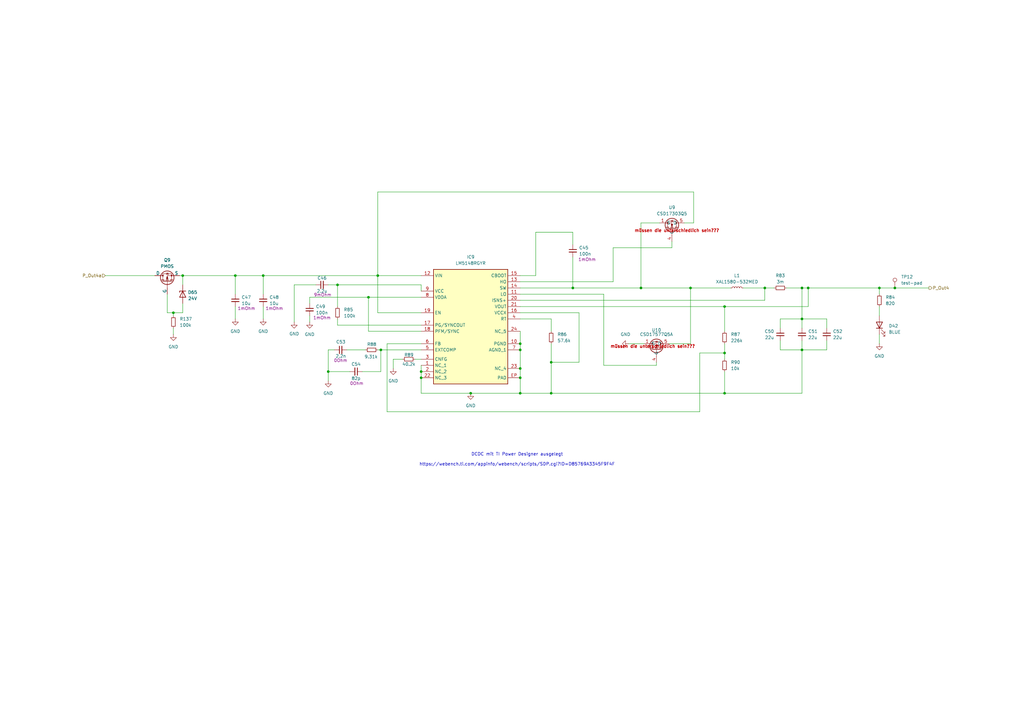
<source format=kicad_sch>
(kicad_sch (version 20231120) (generator "eeschema") (generator_version "8.0")
  (paper "A3")
  (title_block (title "PDU FT25") (date "2024-11-23") (rev "V1.1") (company "Janek Herm") (comment 1 "FaSTTUBe Electronics"))
  (lib_symbols
    (symbol "Connector:TestPoint" (pin_numbers hide) (pin_names (offset 0.762) hide)
      (property "Reference" "TP" (at 0 6.858 0))
      (property "Value" "TestPoint" (at 0 5.08 0))
      (symbol "TestPoint_0_1"
        (circle (center 0 3.302) (radius 0.762))
      )
      (symbol "TestPoint_1_1"
        (pin passive line (at 0 0 90) (length 2.54) (name "1") (number "1"))
      )
    )
    (symbol "Device:C_Small" (pin_numbers hide) (pin_names (offset 0.254) hide)
      (property "Reference" "C" (at 0.254 1.778 0))
      (property "Value" "C_Small" (at 0.254 -2.032 0))
      (symbol "C_Small_0_1"
        (polyline (pts (xy -1.524 -0.508) (xy 1.524 -0.508)) (stroke (width 0.3302)))
        (polyline (pts (xy -1.524 0.508) (xy 1.524 0.508)) (stroke (width 0.3048)))
      )
      (symbol "C_Small_1_1"
        (pin passive line (at 0 2.54 270) (length 2.032) (name "~") (number "1"))
        (pin passive line (at 0 -2.54 90) (length 2.032) (name "~") (number "2"))
      )
    )
    (symbol "Device:D_Zener" (pin_numbers hide) (pin_names (offset 1.016) hide)
      (property "Reference" "D" (at 0 2.54 0))
      (property "Value" "D_Zener" (at 0 -2.54 0))
      (symbol "D_Zener_0_1"
        (polyline (pts (xy 1.27 0) (xy -1.27 0)))
        (polyline (pts (xy -1.27 -1.27) (xy -1.27 1.27) (xy -0.762 1.27)) (stroke (width 0.254)))
        (polyline (pts (xy 1.27 -1.27) (xy 1.27 1.27) (xy -1.27 0) (xy 1.27 -1.27)) (stroke (width 0.254)))
      )
      (symbol "D_Zener_1_1"
        (pin passive line (at -3.81 0 0) (length 2.54) (name "K") (number "1"))
        (pin passive line (at 3.81 0 180) (length 2.54) (name "A") (number "2"))
      )
    )
    (symbol "Device:LED" (pin_numbers hide) (pin_names (offset 1.016) hide)
      (property "Reference" "D" (at 0 2.54 0))
      (property "Value" "LED" (at 0 -2.54 0))
      (symbol "LED_0_1"
        (polyline (pts (xy -1.27 -1.27) (xy -1.27 1.27)) (stroke (width 0.254)))
        (polyline (pts (xy -1.27 0) (xy 1.27 0)))
        (polyline (pts (xy 1.27 -1.27) (xy 1.27 1.27) (xy -1.27 0) (xy 1.27 -1.27)) (stroke (width 0.254)))
        (polyline (pts (xy -3.048 -0.762) (xy -4.572 -2.286) (xy -3.81 -2.286) (xy -4.572 -2.286) (xy -4.572 -1.524)))
        (polyline (pts (xy -1.778 -0.762) (xy -3.302 -2.286) (xy -2.54 -2.286) (xy -3.302 -2.286) (xy -3.302 -1.524)))
      )
      (symbol "LED_1_1"
        (pin passive line (at -3.81 0 0) (length 2.54) (name "K") (number "1"))
        (pin passive line (at 3.81 0 180) (length 2.54) (name "A") (number "2"))
      )
    )
    (symbol "Device:L_Small" (pin_numbers hide) (pin_names (offset 0.254) hide)
      (property "Reference" "L" (at 0.762 1.016 0))
      (property "Value" "L_Small" (at 0.762 -1.016 0))
      (symbol "L_Small_0_1"
        (arc (start 0 -2.032) (mid 0.5058 -1.524) (end 0 -1.016))
        (arc (start 0 -1.016) (mid 0.5058 -0.508) (end 0 0))
        (arc (start 0 0) (mid 0.5058 0.508) (end 0 1.016))
        (arc (start 0 1.016) (mid 0.5058 1.524) (end 0 2.032))
      )
      (symbol "L_Small_1_1"
        (pin passive line (at 0 2.54 270) (length 0.508) (name "~") (number "1"))
        (pin passive line (at 0 -2.54 90) (length 0.508) (name "~") (number "2"))
      )
    )
    (symbol "Device:R_Small" (pin_numbers hide) (pin_names (offset 0.254) hide)
      (property "Reference" "R" (at 0.762 0.508 0))
      (property "Value" "R_Small" (at 0.762 -1.016 0))
      (symbol "R_Small_0_1"
        (rectangle (start -0.762 1.778) (end 0.762 -1.778) (stroke (width 0.2032)))
      )
      (symbol "R_Small_1_1"
        (pin passive line (at 0 2.54 270) (length 0.762) (name "~") (number "1"))
        (pin passive line (at 0 -2.54 90) (length 0.762) (name "~") (number "2"))
      )
    )
    (symbol "FaSTTUBe_microcontrollers:NexFET"
      (property "Reference" "U" (at 0 5.588 0))
      (symbol "NexFET_0_1"
        (circle (center -0.889 -12.7) (radius 2.794) (stroke (width 0.254)))
        (circle (center 0 -14.478) (radius 0.254) (fill (type outline)))
        (circle (center 0 -10.922) (radius 0.254) (fill (type outline)))
        (polyline (pts (xy -2.286 -12.7) (xy -5.08 -12.7)))
        (polyline (pts (xy -2.286 -10.795) (xy -2.286 -14.605)) (stroke (width 0.254)))
        (polyline (pts (xy -1.778 -13.97) (xy -1.778 -14.986)) (stroke (width 0.254)))
        (polyline (pts (xy -1.778 -12.192) (xy -1.778 -13.208)) (stroke (width 0.254)))
        (polyline (pts (xy -1.778 -10.414) (xy -1.778 -11.43)) (stroke (width 0.254)))
        (polyline (pts (xy 0 -10.16) (xy 0 -10.922)))
        (polyline (pts (xy 0 -15.24) (xy 0 -12.7) (xy -1.778 -12.7)))
        (polyline (pts (xy -1.778 -14.478) (xy 0.762 -14.478) (xy 0.762 -10.922) (xy -1.778 -10.922)))
        (polyline (pts (xy -1.524 -12.7) (xy -0.508 -12.319) (xy -0.508 -13.081) (xy -1.524 -12.7)) (fill (type outline)))
        (polyline (pts (xy 0.254 -12.192) (xy 0.381 -12.319) (xy 1.143 -12.319) (xy 1.27 -12.446)))
        (polyline (pts (xy 0.762 -12.319) (xy 0.381 -12.954) (xy 1.143 -12.954) (xy 0.762 -12.319)))
      )
      (symbol "NexFET_1_1"
        (pin passive line (at 0 -17.78 90) (length 2.54) (name "S") (number "1"))
        (pin no_connect line (at 2.4303 -17.78 90) (length 2.54) hide (name "") (number "2"))
        (pin no_connect line (at 5.08 -17.78 90) (length 2.54) hide (name "") (number "3"))
        (pin input line (at -7.62 -12.7 0) (length 2.54) (name "G") (number "4"))
        (pin passive line (at 0 -7.62 270) (length 2.54) (name "D") (number "5"))
        (pin no_connect line (at 2.54 -7.62 270) (length 2.54) hide (name "") (number "6"))
        (pin no_connect line (at 5.08 -7.62 270) (length 2.54) hide (name "") (number "7"))
        (pin no_connect line (at 7.6324 -7.6022 270) (length 2.54) hide (name "") (number "8"))
        (pin no_connect line (at 10.2821 -7.6022 270) (length 2.54) hide (name "") (number "9"))
      )
    )
    (symbol "LM5148RGYR:LM5148RGYR"
      (property "Reference" "IC" (at 36.83 17.78 0))
      (property "Value" "LM5148RGYR" (at 36.83 15.24 0))
      (symbol "LM5148RGYR_1_1"
        (rectangle (start 5.08 12.7) (end 35.56 -34.29) (stroke (width 0.254)) (fill (type background)))
        (pin passive line (at 0 -26.67 0) (length 5.08) (name "NC_1") (number "1"))
        (pin passive line (at 40.64 -17.78 180) (length 5.08) (name "PGND") (number "10"))
        (pin passive line (at 40.64 2.54 180) (length 5.08) (name "LO") (number "11"))
        (pin passive line (at 0 10.16 0) (length 5.08) (name "VIN") (number "12"))
        (pin passive line (at 40.64 7.62 180) (length 5.08) (name "HO") (number "13"))
        (pin passive line (at 40.64 5.08 180) (length 5.08) (name "SW") (number "14"))
        (pin passive line (at 40.64 10.16 180) (length 5.08) (name "CBOOT") (number "15"))
        (pin passive line (at 40.64 -5.08 180) (length 5.08) (name "VCCX") (number "16"))
        (pin passive line (at 0 -10.16 0) (length 5.08) (name "PG/SYNCOUT") (number "17"))
        (pin passive line (at 0 -12.7 0) (length 5.08) (name "PFM/SYNC") (number "18"))
        (pin passive line (at 0 -5.08 0) (length 5.08) (name "EN") (number "19"))
        (pin passive line (at 0 -29.21 0) (length 5.08) (name "NC_2") (number "2"))
        (pin passive line (at 40.64 0 180) (length 5.08) (name "ISNS+") (number "20"))
        (pin passive line (at 40.64 -2.54 180) (length 5.08) (name "VOUT") (number "21"))
        (pin passive line (at 0 -31.75 0) (length 5.08) (name "NC_3") (number "22"))
        (pin passive line (at 40.64 -27.94 180) (length 5.08) (name "NC_4") (number "23"))
        (pin passive line (at 40.64 -12.7 180) (length 5.08) (name "NC_5") (number "24"))
        (pin passive line (at 0 -24.13 0) (length 5.08) (name "CNFG") (number "3"))
        (pin passive line (at 40.64 -7.62 180) (length 5.08) (name "RT") (number "4"))
        (pin passive line (at 0 -20.32 0) (length 5.08) (name "EXTCOMP") (number "5"))
        (pin passive line (at 0 -17.78 0) (length 5.08) (name "FB") (number "6"))
        (pin passive line (at 40.64 -20.32 180) (length 5.08) (name "AGND_1") (number "7"))
        (pin passive line (at 0 1.27 0) (length 5.08) (name "VDDA") (number "8"))
        (pin passive line (at 0 3.81 0) (length 5.08) (name "VCC") (number "9"))
        (pin passive line (at 40.64 -31.75 180) (length 5.08) (name "PAD") (number "EP"))
      )
    )
    (symbol "NexFET_1"
      (property "Reference" "U" (at 0 5.588 0))
      (symbol "NexFET_1_0_1"
        (circle (center -0.889 -12.7) (radius 2.794) (stroke (width 0.254)))
        (circle (center 0 -14.478) (radius 0.254) (fill (type outline)))
        (circle (center 0 -10.922) (radius 0.254) (fill (type outline)))
        (polyline (pts (xy -2.286 -12.7) (xy -5.08 -12.7)))
        (polyline (pts (xy -2.286 -10.795) (xy -2.286 -14.605)) (stroke (width 0.254)))
        (polyline (pts (xy -1.778 -13.97) (xy -1.778 -14.986)) (stroke (width 0.254)))
        (polyline (pts (xy -1.778 -12.192) (xy -1.778 -13.208)) (stroke (width 0.254)))
        (polyline (pts (xy -1.778 -10.414) (xy -1.778 -11.43)) (stroke (width 0.254)))
        (polyline (pts (xy 0 -10.16) (xy 0 -10.922)))
        (polyline (pts (xy 0 -15.24) (xy 0 -12.7) (xy -1.778 -12.7)))
        (polyline (pts (xy -1.778 -14.478) (xy 0.762 -14.478) (xy 0.762 -10.922) (xy -1.778 -10.922)))
        (polyline (pts (xy -1.524 -12.7) (xy -0.508 -12.319) (xy -0.508 -13.081) (xy -1.524 -12.7)) (fill (type outline)))
        (polyline (pts (xy 0.254 -12.192) (xy 0.381 -12.319) (xy 1.143 -12.319) (xy 1.27 -12.446)))
        (polyline (pts (xy 0.762 -12.319) (xy 0.381 -12.954) (xy 1.143 -12.954) (xy 0.762 -12.319)))
      )
      (symbol "NexFET_1_1_1"
        (pin passive line (at 0 -17.78 90) (length 2.54) (name "S") (number "1"))
        (pin no_connect line (at 2.4303 -17.78 90) (length 2.54) hide (name "") (number "2"))
        (pin no_connect line (at 5.08 -17.78 90) (length 2.54) hide (name "") (number "3"))
        (pin input line (at -7.62 -12.7 0) (length 2.54) (name "G") (number "4"))
        (pin passive line (at 0 -7.62 270) (length 2.54) (name "D") (number "5"))
        (pin no_connect line (at 2.54 -7.62 270) (length 2.54) hide (name "") (number "6"))
        (pin no_connect line (at 5.08 -7.62 270) (length 2.54) hide (name "") (number "7"))
        (pin no_connect line (at 7.6324 -7.6022 270) (length 2.54) hide (name "") (number "8"))
        (pin no_connect line (at 10.2821 -7.6022 270) (length 2.54) hide (name "") (number "9"))
      )
    )
    (symbol "Simulation_SPICE:PMOS" (pin_numbers hide) (pin_names (offset 0))
      (property "Reference" "Q" (at 5.08 1.27 0))
      (property "Value" "PMOS" (at 5.08 -1.27 0))
      (symbol "PMOS_0_1"
        (polyline (pts (xy 0.254 0) (xy -2.54 0)))
        (polyline (pts (xy 0.254 1.905) (xy 0.254 -1.905)) (stroke (width 0.254)))
        (polyline (pts (xy 0.762 -1.27) (xy 0.762 -2.286)) (stroke (width 0.254)))
        (polyline (pts (xy 0.762 0.508) (xy 0.762 -0.508)) (stroke (width 0.254)))
        (polyline (pts (xy 0.762 2.286) (xy 0.762 1.27)) (stroke (width 0.254)))
        (polyline (pts (xy 2.54 2.54) (xy 2.54 1.778)))
        (polyline (pts (xy 2.54 -2.54) (xy 2.54 0) (xy 0.762 0)))
        (polyline (pts (xy 0.762 1.778) (xy 3.302 1.778) (xy 3.302 -1.778) (xy 0.762 -1.778)))
        (polyline (pts (xy 2.286 0) (xy 1.27 0.381) (xy 1.27 -0.381) (xy 2.286 0)) (fill (type outline)))
        (polyline (pts (xy 2.794 -0.508) (xy 2.921 -0.381) (xy 3.683 -0.381) (xy 3.81 -0.254)))
        (polyline (pts (xy 3.302 -0.381) (xy 2.921 0.254) (xy 3.683 0.254) (xy 3.302 -0.381)))
        (circle (center 1.651 0) (radius 2.794) (stroke (width 0.254)))
        (circle (center 2.54 -1.778) (radius 0.254) (fill (type outline)))
        (circle (center 2.54 1.778) (radius 0.254) (fill (type outline)))
      )
      (symbol "PMOS_1_1"
        (pin passive line (at 2.54 5.08 270) (length 2.54) (name "D") (number "1"))
        (pin input line (at -5.08 0 0) (length 2.54) (name "G") (number "2"))
        (pin passive line (at 2.54 -5.08 90) (length 2.54) (name "S") (number "3"))
      )
    )
    (symbol "power:GND" (power) (pin_numbers hide) (pin_names (offset 0) hide)
      (property "Value" "GND" (at 0 -3.81 0))
      (symbol "GND_0_1"
        (polyline (pts (xy 0 0) (xy 0 -1.27) (xy 1.27 -1.27) (xy 0 -2.54) (xy -1.27 -1.27) (xy 0 -1.27)))
      )
      (symbol "GND_1_1"
        (pin power_in line (at 0 0 270) (length 0) (name "~") (number "1"))
      )
    )
  )
  (junction (at 328.93 118.11))
  (junction (at 172.72 152.4))
  (junction (at 328.93 143.51))
  (junction (at 172.72 154.94))
  (junction (at 367.03 118.11))
  (junction (at 213.36 161.29))
  (junction (at 360.68 118.11))
  (junction (at 107.95 113.03))
  (junction (at 193.04 161.29))
  (junction (at 96.52 113.03))
  (junction (at 213.36 143.51))
  (junction (at 283.21 118.11))
  (junction (at 226.06 161.29))
  (junction (at 151.13 121.92))
  (junction (at 71.12 128.27))
  (junction (at 297.18 125.73))
  (junction (at 297.18 144.78))
  (junction (at 262.89 118.11))
  (junction (at 156.21 143.51))
  (junction (at 213.36 140.97))
  (junction (at 213.36 151.13))
  (junction (at 313.69 118.11))
  (junction (at 213.36 154.94))
  (junction (at 138.43 116.84))
  (junction (at 234.95 118.11))
  (junction (at 74.93 113.03))
  (junction (at 154.94 113.03))
  (junction (at 226.06 148.59))
  (junction (at 297.18 161.29))
  (junction (at 328.93 130.81))
  (junction (at 331.47 118.11))
  (junction (at 134.62 152.4))
  (wire (pts (xy 226.06 130.81) (xy 226.06 135.89)))
  (wire (pts (xy 71.12 134.62) (xy 71.12 137.16)))
  (wire (pts (xy 120.65 132.08) (xy 120.65 116.84)))
  (wire (pts (xy 297.18 152.4) (xy 297.18 161.29)))
  (wire (pts (xy 213.36 128.27) (xy 237.49 128.27)))
  (wire (pts (xy 158.75 168.91) (xy 287.02 168.91)))
  (wire (pts (xy 127 121.92) (xy 127 124.46)))
  (wire (pts (xy 262.89 91.44) (xy 262.89 118.11)))
  (wire (pts (xy 226.06 148.59) (xy 226.06 161.29)))
  (wire (pts (xy 280.67 91.44) (xy 284.48 91.44)))
  (wire (pts (xy 68.58 128.27) (xy 71.12 128.27)))
  (wire (pts (xy 172.72 154.94) (xy 172.72 161.29)))
  (wire (pts (xy 328.93 139.7) (xy 328.93 143.51)))
  (wire (pts (xy 360.68 118.11) (xy 367.03 118.11)))
  (wire (pts (xy 154.94 78.74) (xy 284.48 78.74)))
  (wire (pts (xy 331.47 118.11) (xy 360.68 118.11)))
  (wire (pts (xy 297.18 161.29) (xy 328.93 161.29)))
  (wire (pts (xy 127 121.92) (xy 151.13 121.92)))
  (wire (pts (xy 320.04 134.62) (xy 320.04 130.81)))
  (wire (pts (xy 96.52 113.03) (xy 107.95 113.03)))
  (wire (pts (xy 328.93 143.51) (xy 328.93 161.29)))
  (wire (pts (xy 68.58 120.65) (xy 68.58 128.27)))
  (wire (pts (xy 283.21 118.11) (xy 283.21 140.97)))
  (wire (pts (xy 148.59 152.4) (xy 156.21 152.4)))
  (wire (pts (xy 154.94 113.03) (xy 172.72 113.03)))
  (wire (pts (xy 172.72 128.27) (xy 154.94 128.27)))
  (wire (pts (xy 96.52 125.73) (xy 96.52 130.81)))
  (wire (pts (xy 74.93 128.27) (xy 71.12 128.27)))
  (wire (pts (xy 213.36 161.29) (xy 213.36 154.94)))
  (wire (pts (xy 172.72 140.97) (xy 158.75 140.97)))
  (wire (pts (xy 234.95 95.25) (xy 234.95 100.33)))
  (wire (pts (xy 120.65 116.84) (xy 129.54 116.84)))
  (wire (pts (xy 320.04 143.51) (xy 320.04 139.7)))
  (wire (pts (xy 156.21 152.4) (xy 156.21 143.51)))
  (wire (pts (xy 74.93 113.03) (xy 96.52 113.03)))
  (wire (pts (xy 213.36 130.81) (xy 226.06 130.81)))
  (wire (pts (xy 360.68 137.16) (xy 360.68 140.97)))
  (wire (pts (xy 74.93 124.46) (xy 74.93 128.27)))
  (wire (pts (xy 328.93 130.81) (xy 320.04 130.81)))
  (wire (pts (xy 269.24 149.86) (xy 269.24 148.59)))
  (wire (pts (xy 262.89 118.11) (xy 283.21 118.11)))
  (wire (pts (xy 161.29 151.13) (xy 161.29 147.32)))
  (wire (pts (xy 313.69 118.11) (xy 317.5 118.11)))
  (wire (pts (xy 158.75 140.97) (xy 158.75 168.91)))
  (wire (pts (xy 328.93 130.81) (xy 328.93 134.62)))
  (wire (pts (xy 360.68 125.73) (xy 360.68 129.54)))
  (wire (pts (xy 213.36 143.51) (xy 213.36 151.13)))
  (wire (pts (xy 138.43 133.35) (xy 138.43 130.81)))
  (wire (pts (xy 339.09 134.62) (xy 339.09 130.81)))
  (wire (pts (xy 283.21 118.11) (xy 299.72 118.11)))
  (wire (pts (xy 313.69 123.19) (xy 313.69 118.11)))
  (wire (pts (xy 367.03 118.11) (xy 381 118.11)))
  (wire (pts (xy 237.49 148.59) (xy 226.06 148.59)))
  (wire (pts (xy 234.95 118.11) (xy 262.89 118.11)))
  (wire (pts (xy 73.66 113.03) (xy 74.93 113.03)))
  (wire (pts (xy 172.72 161.29) (xy 193.04 161.29)))
  (wire (pts (xy 247.65 149.86) (xy 269.24 149.86)))
  (wire (pts (xy 154.94 113.03) (xy 154.94 78.74)))
  (wire (pts (xy 134.62 143.51) (xy 137.16 143.51)))
  (wire (pts (xy 247.65 120.65) (xy 213.36 120.65)))
  (wire (pts (xy 213.36 118.11) (xy 234.95 118.11)))
  (wire (pts (xy 219.71 113.03) (xy 219.71 95.25)))
  (wire (pts (xy 172.72 152.4) (xy 172.72 154.94)))
  (wire (pts (xy 138.43 125.73) (xy 138.43 116.84)))
  (wire (pts (xy 213.36 154.94) (xy 213.36 151.13)))
  (wire (pts (xy 213.36 113.03) (xy 219.71 113.03)))
  (wire (pts (xy 213.36 135.89) (xy 213.36 140.97)))
  (wire (pts (xy 262.89 91.44) (xy 270.51 91.44)))
  (wire (pts (xy 331.47 118.11) (xy 331.47 125.73)))
  (wire (pts (xy 74.93 113.03) (xy 74.93 116.84)))
  (wire (pts (xy 284.48 91.44) (xy 284.48 78.74)))
  (wire (pts (xy 328.93 118.11) (xy 331.47 118.11)))
  (wire (pts (xy 339.09 139.7) (xy 339.09 143.51)))
  (wire (pts (xy 151.13 135.89) (xy 151.13 121.92)))
  (wire (pts (xy 127 129.54) (xy 127 132.08)))
  (wire (pts (xy 328.93 143.51) (xy 320.04 143.51)))
  (wire (pts (xy 328.93 118.11) (xy 328.93 130.81)))
  (wire (pts (xy 360.68 118.11) (xy 360.68 120.65)))
  (wire (pts (xy 328.93 130.81) (xy 339.09 130.81)))
  (wire (pts (xy 219.71 95.25) (xy 234.95 95.25)))
  (wire (pts (xy 149.86 143.51) (xy 142.24 143.51)))
  (wire (pts (xy 107.95 113.03) (xy 154.94 113.03)))
  (wire (pts (xy 297.18 140.97) (xy 297.18 144.78)))
  (wire (pts (xy 134.62 152.4) (xy 134.62 156.21)))
  (wire (pts (xy 251.46 115.57) (xy 251.46 101.6)))
  (wire (pts (xy 297.18 125.73) (xy 297.18 135.89)))
  (wire (pts (xy 134.62 143.51) (xy 134.62 152.4)))
  (wire (pts (xy 304.8 118.11) (xy 313.69 118.11)))
  (wire (pts (xy 161.29 147.32) (xy 165.1 147.32)))
  (wire (pts (xy 96.52 113.03) (xy 96.52 120.65)))
  (wire (pts (xy 172.72 121.92) (xy 151.13 121.92)))
  (wire (pts (xy 154.94 143.51) (xy 156.21 143.51)))
  (wire (pts (xy 275.59 101.6) (xy 275.59 99.06)))
  (wire (pts (xy 234.95 105.41) (xy 234.95 118.11)))
  (wire (pts (xy 287.02 168.91) (xy 287.02 144.78)))
  (wire (pts (xy 297.18 125.73) (xy 331.47 125.73)))
  (wire (pts (xy 138.43 116.84) (xy 172.72 116.84)))
  (wire (pts (xy 154.94 128.27) (xy 154.94 113.03)))
  (wire (pts (xy 257.81 140.97) (xy 264.16 140.97)))
  (wire (pts (xy 172.72 133.35) (xy 138.43 133.35)))
  (wire (pts (xy 251.46 101.6) (xy 275.59 101.6)))
  (wire (pts (xy 107.95 113.03) (xy 107.95 120.65)))
  (wire (pts (xy 193.04 161.29) (xy 213.36 161.29)))
  (wire (pts (xy 172.72 116.84) (xy 172.72 119.38)))
  (wire (pts (xy 107.95 125.73) (xy 107.95 130.81)))
  (wire (pts (xy 226.06 161.29) (xy 297.18 161.29)))
  (wire (pts (xy 172.72 135.89) (xy 151.13 135.89)))
  (wire (pts (xy 213.36 115.57) (xy 251.46 115.57)))
  (wire (pts (xy 170.18 147.32) (xy 172.72 147.32)))
  (wire (pts (xy 213.36 140.97) (xy 213.36 143.51)))
  (wire (pts (xy 71.12 129.54) (xy 71.12 128.27)))
  (wire (pts (xy 226.06 140.97) (xy 226.06 148.59)))
  (wire (pts (xy 322.58 118.11) (xy 328.93 118.11)))
  (wire (pts (xy 134.62 152.4) (xy 143.51 152.4)))
  (wire (pts (xy 297.18 144.78) (xy 297.18 147.32)))
  (wire (pts (xy 156.21 143.51) (xy 172.72 143.51)))
  (wire (pts (xy 287.02 144.78) (xy 297.18 144.78)))
  (wire (pts (xy 43.18 113.03) (xy 63.5 113.03)))
  (wire (pts (xy 328.93 143.51) (xy 339.09 143.51)))
  (wire (pts (xy 213.36 125.73) (xy 297.18 125.73)))
  (wire (pts (xy 213.36 161.29) (xy 226.06 161.29)))
  (wire (pts (xy 172.72 149.86) (xy 172.72 152.4)))
  (wire (pts (xy 247.65 120.65) (xy 247.65 149.86)))
  (wire (pts (xy 274.32 140.97) (xy 283.21 140.97)))
  (wire (pts (xy 213.36 123.19) (xy 313.69 123.19)))
  (wire (pts (xy 134.62 116.84) (xy 138.43 116.84)))
  (wire (pts (xy 237.49 128.27) (xy 237.49 148.59)))
  (text "müssen die unterschiedlich sein???" (at 277.622 94.742 0) (effects (font (size 1.27 1.27) (thickness 0.254) (bold yes))))
  (text "müssen die unterschiedlich sein???" (at 267.716 142.24 0) (effects (font (size 1.27 1.27) (thickness 0.254) (bold yes))))
  (text "DCDC mit TI Power Designer ausgelegt\n\nhttps://webench.ti.com/appinfo/webench/scripts/SDP.cgi?ID=D85769A3345F9F4F" (at 212.09 188.468 0) (effects (font (size 1.27 1.27))))
  (hierarchical_label "P_Out4" (shape output) (at 381 118.11 0))
  (hierarchical_label "P_Out4a" (shape input) (at 43.18 113.03 180))
  (symbol (lib_id "power:GND") (at 257.81 140.97 270) (unit 1)
    (property "Reference" "#PWR0144" (effects (hide yes)))
    (property "Value" "GND" (at 256.54 137.16 90))
    (property "Description" "Power symbol creates a global label with name \"GND\" , ground" (effects (hide yes)))
  )
  (symbol (lib_id "Device:R_Small") (at 152.4 143.51 270) (unit 1)
    (property "Reference" "R88" (at 154.4319 141.224 90) (effects (justify right)))
    (property "Value" "9.31k" (at 154.9399 146.304 90) (effects (justify right)))
    (property "Footprint" "Resistor_SMD:R_0603_1608Metric_Pad0.98x0.95mm_HandSolder" (effects (hide yes)))
    (property "Description" "Resistor, small symbol" (effects (hide yes)))
  )
  (symbol (lib_id "FaSTTUBe_microcontrollers:NexFET") (at 281.94 140.97 270) (mirror x) (unit 1)
    (property "Reference" "U10" (at 269.24 135.382 90))
    (property "Value" "CSD17577Q5A" (at 269.24 137.16 90))
    (property "Footprint" "CSD17303Q5:CSD17303Q5" (effects (hide yes)))
    (property "Datasheet" "https://www.ti.com/lit/ds/symlink/csd17577q5a.pdf" (effects (hide yes)))
  )
  (symbol (lib_id "Device:D_Zener") (at 74.93 120.65 90) (mirror x) (unit 1)
    (property "Reference" "D65" (at 78.994 119.888 90))
    (property "Value" "24V" (at 78.994 122.428 90))
    (property "Footprint" "3SMAJ5934B-TP:DIOM5226X244N" (effects (hide yes)))
    (property "Datasheet" "https://www.mouser.de/datasheet/2/258/3SMAJ5918B_3SMAJ5956B_SMA_-3423242.pdf" (effects (hide yes)))
    (property "Description" "Zener diode" (effects (hide yes)))
    (property "MPR" "3SMAJ5934B-TP" (effects (hide yes)))
  )
  (symbol (lib_id "Device:C_Small") (at 339.09 137.16 0) (unit 1)
    (property "Reference" "C52" (at 341.63 135.8962 0) (effects (justify left)))
    (property "Value" "22u" (at 341.63 138.4362 0) (effects (justify left)))
    (property "Footprint" "Resistor_SMD:R_1210_3225Metric_Pad1.30x2.65mm_HandSolder" (effects (hide yes)))
    (property "Description" "Unpolarized capacitor, small symbol" (effects (hide yes)))
    (property "MPR" "CGA6P3X7R1E226M" (effects (hide yes)))
  )
  (symbol (lib_id "Device:R_Small") (at 226.06 138.43 180) (unit 1)
    (property "Reference" "R86" (at 228.6 137.1599 0) (effects (justify right)))
    (property "Value" "57.6k" (at 228.6 139.6999 0) (effects (justify right)))
    (property "Footprint" "Resistor_SMD:R_0603_1608Metric_Pad0.98x0.95mm_HandSolder" (effects (hide yes)))
    (property "Description" "Resistor, small symbol" (effects (hide yes)))
  )
  (symbol (lib_id "power:GND") (at 360.68 140.97 0) (unit 1)
    (property "Reference" "#PWR0145" (effects (hide yes)))
    (property "Value" "GND" (at 360.68 146.05 0))
    (property "Description" "Power symbol creates a global label with name \"GND\" , ground" (effects (hide yes)))
  )
  (symbol (lib_id "Device:R_Small") (at 167.64 147.32 90) (unit 1)
    (property "Reference" "R89" (at 169.6719 145.542 90) (effects (justify left)))
    (property "Value" "40.2k" (at 170.4339 149.352 90) (effects (justify left)))
    (property "Footprint" "Resistor_SMD:R_0603_1608Metric_Pad0.98x0.95mm_HandSolder" (effects (hide yes)))
    (property "Description" "Resistor, small symbol" (effects (hide yes)))
  )
  (symbol (lib_id "Device:C_Small") (at 139.7 143.51 90) (unit 1)
    (property "Reference" "C53" (at 141.7382 140.208 90) (effects (justify left)))
    (property "Value" "2.2n" (at 141.9922 146.05 90) (effects (justify left)))
    (property "Footprint" "Capacitor_SMD:C_0805_2012Metric_Pad1.18x1.45mm_HandSolder" (effects (hide yes)))
    (property "Description" "Unpolarized capacitor, small symbol" (effects (hide yes)))
    (property "Resistance" "0Ohm" (at 139.7 147.828 90))
  )
  (symbol (lib_id "Device:C_Small") (at 320.04 137.16 0) (mirror y) (unit 1)
    (property "Reference" "C50" (at 317.5 135.8962 0) (effects (justify left)))
    (property "Value" "22u" (at 317.5 138.4362 0) (effects (justify left)))
    (property "Footprint" "Resistor_SMD:R_1210_3225Metric_Pad1.30x2.65mm_HandSolder" (effects (hide yes)))
    (property "Description" "Unpolarized capacitor, small symbol" (effects (hide yes)))
    (property "MPR" "CGA6P3X7R1E226M" (effects (hide yes)))
  )
  (symbol (lib_id "power:GND") (at 134.62 156.21 0) (unit 1)
    (property "Reference" "#PWR0147" (effects (hide yes)))
    (property "Value" "GND" (at 134.62 161.29 0))
    (property "Description" "Power symbol creates a global label with name \"GND\" , ground" (effects (hide yes)))
  )
  (symbol (lib_id "Device:L_Small") (at 302.26 118.11 90) (unit 1)
    (property "Reference" "L1" (at 302.26 113.03 90))
    (property "Value" "XAL1580-532MED" (at 302.26 115.57 90))
    (property "Footprint" "Inductor_SMD:L_Coilcraft_XAL1580-532" (effects (hide yes)))
    (property "Datasheet" "https://www.coilcraft.com/getmedia/7fdfd306-5217-4ddc-b6b7-a2659ceeb6e3/xal1580.pdf" (effects (hide yes)))
    (property "Description" "Inductor, small symbol" (effects (hide yes)))
  )
  (symbol (lib_id "Device:R_Small") (at 360.68 123.19 0) (unit 1)
    (property "Reference" "R84" (at 363.22 121.9199 0) (effects (justify left)))
    (property "Value" "820" (at 363.22 124.4599 0) (effects (justify left)))
    (property "Footprint" "Resistor_SMD:R_0603_1608Metric_Pad0.98x0.95mm_HandSolder" (effects (hide yes)))
    (property "Description" "Resistor, small symbol" (effects (hide yes)))
  )
  (symbol (lib_id "Connector:TestPoint") (at 367.03 118.11 0) (unit 1)
    (property "Reference" "TP12" (at 369.57 113.5379 0) (effects (justify left)))
    (property "Value" "test-pad" (at 369.57 116.0779 0) (effects (justify left)))
    (property "Description" "test point" (effects (hide yes)))
  )
  (symbol (lib_id "Device:R_Small") (at 71.12 132.08 0) (unit 1)
    (property "Reference" "R137" (at 73.66 130.8099 0) (effects (justify left)))
    (property "Value" "100k" (at 73.66 133.3499 0) (effects (justify left)))
    (property "Description" "Resistor, small symbol" (effects (hide yes)))
  )
  (symbol (lib_id "Device:R_Small") (at 297.18 138.43 0) (unit 1)
    (property "Reference" "R87" (at 299.72 137.1599 0) (effects (justify left)))
    (property "Value" "226k" (at 299.72 139.6999 0) (effects (justify left)))
    (property "Footprint" "Resistor_SMD:R_0603_1608Metric_Pad0.98x0.95mm_HandSolder" (effects (hide yes)))
    (property "Description" "Resistor, small symbol" (effects (hide yes)))
  )
  (symbol (lib_id "power:GND") (at 127 132.08 0) (unit 1)
    (property "Reference" "#PWR0143" (effects (hide yes)))
    (property "Value" "GND" (at 127 137.16 0))
    (property "Description" "Power symbol creates a global label with name \"GND\" , ground" (effects (hide yes)))
  )
  (symbol (lib_id "Device:R_Small") (at 138.43 128.27 0) (unit 1)
    (property "Reference" "R85" (at 140.97 126.9999 0) (effects (justify left)))
    (property "Value" "100k" (at 140.97 129.5399 0) (effects (justify left)))
    (property "Footprint" "Resistor_SMD:R_0603_1608Metric_Pad0.98x0.95mm_HandSolder" (effects (hide yes)))
    (property "Description" "Resistor, small symbol" (effects (hide yes)))
  )
  (symbol (lib_id "Device:C_Small") (at 146.05 152.4 270) (unit 1)
    (property "Reference" "C54" (at 146.0436 149.352 90))
    (property "Value" "82p" (at 146.0436 155.194 90))
    (property "Footprint" "Capacitor_SMD:C_0805_2012Metric_Pad1.18x1.45mm_HandSolder" (effects (hide yes)))
    (property "Description" "Unpolarized capacitor, small symbol" (effects (hide yes)))
    (property "Resistance" "0Ohm" (at 146.304 157.226 90))
  )
  (symbol (lib_id "Device:LED") (at 360.68 133.35 90) (unit 1)
    (property "Reference" "D42" (at 364.49 133.6674 90) (effects (justify right)))
    (property "Value" "BLUE" (at 364.49 136.2074 90) (effects (justify right)))
    (property "Footprint" "Resistor_SMD:R_0603_1608Metric_Pad0.98x0.95mm_HandSolder" (effects (hide yes)))
    (property "Datasheet" "https://www.we-online.com/components/products/datasheet/150040BS73220.pdf" (effects (hide yes)))
    (property "Description" "Light emitting diode" (effects (hide yes)))
    (property "MPR" "150040BS73220" (effects (hide yes)))
  )
  (symbol (lib_name "NexFET_1") (lib_id "FaSTTUBe_microcontrollers:NexFET") (at 288.29 91.44 270) (mirror x) (unit 1)
    (property "Reference" "U9" (at 275.59 85.09 90))
    (property "Value" "CSD17303Q5" (at 275.59 87.63 90))
    (property "Footprint" "CSD17303Q5:CSD17303Q5" (effects (hide yes)))
    (property "Datasheet" "https://www.ti.com/lit/ds/symlink/csd17303q5.pdf" (effects (hide yes)))
  )
  (symbol (lib_id "Simulation_SPICE:PMOS") (at 68.58 115.57 90) (unit 1)
    (property "Reference" "Q9" (at 68.58 106.68 90))
    (property "Value" "PMOS" (at 68.58 109.22 90))
    (property "Datasheet" "https://ngspice.sourceforge.io/docs/ngspice-html-manual/manual.xhtml#cha_MOSFETs" (effects (hide yes)))
    (property "Description" "P-MOSFET transistor, drain/source/gate" (effects (hide yes)))
    (property "Sim.Device" "PMOS" (effects (hide yes)))
    (property "Sim.Type" "VDMOS" (effects (hide yes)))
    (property "Sim.Pins" "1=D 2=G 3=S" (effects (hide yes)))
  )
  (symbol (lib_id "LM5148RGYR:LM5148RGYR") (at 172.72 123.19 0) (unit 1)
    (property "Reference" "IC9" (at 193.04 105.41 0))
    (property "Value" "LM5148RGYR" (at 193.04 107.95 0))
    (property "Footprint" "LM5148RGY:LM5148RGYR" (effects (hide yes)))
    (property "Datasheet" "https://www.ti.com/lit/ds/symlink/lm5148.pdf?ts=1680990210570&ref_url=https%253A%252F%252Fwww.ti.com%252Fproduct%252FLM5148" (effects (hide yes)))
    (property "Description" "Switching Controllers 3.5-V to 80-V, current mode synchronous buck controller" (effects (hide yes)))
    (property "Height" "1" (effects (hide yes)))
    (property "Mouser Part Number" "595-LM5148RGYR" (effects (hide yes)))
    (property "Mouser Price/Stock" "https://www.mouser.co.uk/ProductDetail/Texas-Instruments/LM5148RGYR?qs=Jm2GQyTW%2FbgsJOyzcNbTmw%3D%3D" (effects (hide yes)))
    (property "Manufacturer_Name" "Texas Instruments" (effects (hide yes)))
    (property "Manufacturer_Part_Number" "LM5148RGYR" (effects (hide yes)))
  )
  (symbol (lib_id "Device:R_Small") (at 297.18 149.86 0) (unit 1)
    (property "Reference" "R90" (at 299.72 148.5899 0) (effects (justify left)))
    (property "Value" "10k" (at 299.72 151.1299 0) (effects (justify left)))
    (property "Footprint" "Resistor_SMD:R_0603_1608Metric_Pad0.98x0.95mm_HandSolder" (effects (hide yes)))
    (property "Description" "Resistor, small symbol" (effects (hide yes)))
  )
  (symbol (lib_id "power:GND") (at 107.95 130.81 0) (unit 1)
    (property "Reference" "#PWR0141" (effects (hide yes)))
    (property "Value" "GND" (at 107.95 135.89 0))
    (property "Description" "Power symbol creates a global label with name \"GND\" , ground" (effects (hide yes)))
  )
  (symbol (lib_id "power:GND") (at 96.52 130.81 0) (unit 1)
    (property "Reference" "#PWR0140" (effects (hide yes)))
    (property "Value" "GND" (at 96.52 135.89 0))
    (property "Description" "Power symbol creates a global label with name \"GND\" , ground" (effects (hide yes)))
  )
  (symbol (lib_id "power:GND") (at 193.04 161.29 0) (unit 1)
    (property "Reference" "#PWR0148" (effects (hide yes)))
    (property "Value" "GND" (at 193.04 166.37 0))
    (property "Description" "Power symbol creates a global label with name \"GND\" , ground" (effects (hide yes)))
  )
  (symbol (lib_id "Device:C_Small") (at 132.08 116.84 90) (unit 1)
    (property "Reference" "C46" (at 132.0863 114.046 90))
    (property "Value" "2.2u" (at 132.0863 119.38 90))
    (property "Footprint" "Capacitor_SMD:C_0603_1608Metric_Pad1.08x0.95mm_HandSolder" (effects (hide yes)))
    (property "Description" "Unpolarized capacitor, small symbol" (effects (hide yes)))
    (property "Resistance" "9mOhm" (at 132.334 120.904 90))
  )
  (symbol (lib_id "power:GND") (at 71.12 137.16 0) (unit 1)
    (property "Reference" "#PWR0196" (effects (hide yes)))
    (property "Value" "GND" (at 71.12 142.24 0))
    (property "Description" "Power symbol creates a global label with name \"GND\" , ground" (effects (hide yes)))
  )
  (symbol (lib_id "Device:C_Small") (at 328.93 137.16 0) (unit 1)
    (property "Reference" "C51" (at 331.47 135.8962 0) (effects (justify left)))
    (property "Value" "22u" (at 331.47 138.4362 0) (effects (justify left)))
    (property "Footprint" "Resistor_SMD:R_1210_3225Metric_Pad1.30x2.65mm_HandSolder" (effects (hide yes)))
    (property "Description" "Unpolarized capacitor, small symbol" (effects (hide yes)))
    (property "MPR" "CGA6P3X7R1E226M" (effects (hide yes)))
  )
  (symbol (lib_id "Device:C_Small") (at 107.95 123.19 0) (unit 1)
    (property "Reference" "C48" (at 110.49 121.9262 0) (effects (justify left)))
    (property "Value" "10u" (at 110.49 124.4662 0) (effects (justify left)))
    (property "Footprint" "Capacitor_SMD:C_1210_3225Metric_Pad1.33x2.70mm_HandSolder" (effects (hide yes)))
    (property "Description" "Unpolarized capacitor, small symbol" (effects (hide yes)))
    (property "Resistance" "1mOhm" (at 112.522 126.492 0))
  )
  (symbol (lib_id "Device:R_Small") (at 320.04 118.11 90) (unit 1)
    (property "Reference" "R83" (at 320.04 113.03 90))
    (property "Value" "3m" (at 320.04 115.57 90))
    (property "Footprint" "Resistor_SMD:R_0603_1608Metric_Pad0.98x0.95mm_HandSolder" (effects (hide yes)))
    (property "Description" "Resistor, small symbol" (effects (hide yes)))
  )
  (symbol (lib_id "Device:C_Small") (at 127 127 0) (unit 1)
    (property "Reference" "C49" (at 129.54 125.7362 0) (effects (justify left)))
    (property "Value" "100n" (at 129.54 128.2762 0) (effects (justify left)))
    (property "Footprint" "Capacitor_SMD:C_0402_1005Metric_Pad0.74x0.62mm_HandSolder" (effects (hide yes)))
    (property "Description" "Unpolarized capacitor, small symbol" (effects (hide yes)))
    (property "Resistance" "1mOhm" (at 132.08 130.302 0))
  )
  (symbol (lib_id "Device:C_Small") (at 234.95 102.87 0) (unit 1)
    (property "Reference" "C45" (at 237.49 101.6062 0) (effects (justify left)))
    (property "Value" "100n" (at 237.49 104.1462 0) (effects (justify left)))
    (property "Footprint" "Capacitor_SMD:C_0402_1005Metric_Pad0.74x0.62mm_HandSolder" (effects (hide yes)))
    (property "Description" "Unpolarized capacitor, small symbol" (effects (hide yes)))
    (property "Resistance" "1mOhm" (at 240.792 106.426 0))
  )
  (symbol (lib_id "Device:C_Small") (at 96.52 123.19 0) (unit 1)
    (property "Reference" "C47" (at 99.06 121.9262 0) (effects (justify left)))
    (property "Value" "10u" (at 99.06 124.4662 0) (effects (justify left)))
    (property "Footprint" "Capacitor_SMD:C_1210_3225Metric_Pad1.33x2.70mm_HandSolder" (effects (hide yes)))
    (property "Description" "Unpolarized capacitor, small symbol" (effects (hide yes)))
    (property "Resistance" "1mOhm" (at 101.092 126.492 0))
  )
  (symbol (lib_id "power:GND") (at 120.65 132.08 0) (unit 1)
    (property "Reference" "#PWR0142" (effects (hide yes)))
    (property "Value" "GND" (at 118.618 136.9059 0) (effects (justify left)))
    (property "Description" "Power symbol creates a global label with name \"GND\" , ground" (effects (hide yes)))
  )
  (symbol (lib_id "power:GND") (at 161.29 151.13 0) (unit 1)
    (property "Reference" "#PWR0146" (effects (hide yes)))
    (property "Value" "GND" (at 161.29 156.21 0))
    (property "Description" "Power symbol creates a global label with name \"GND\" , ground" (effects (hide yes)))
  )
)
</source>
